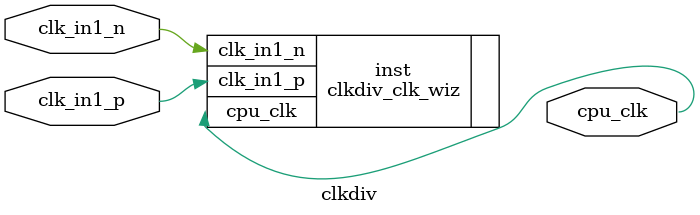
<source format=v>


`timescale 1ps/1ps

(* CORE_GENERATION_INFO = "clkdiv,clk_wiz_v6_0_4_0_0,{component_name=clkdiv,use_phase_alignment=true,use_min_o_jitter=false,use_max_i_jitter=false,use_dyn_phase_shift=false,use_inclk_switchover=false,use_dyn_reconfig=false,enable_axi=0,feedback_source=FDBK_AUTO,PRIMITIVE=MMCM,num_out_clk=1,clkin1_period=5.000,clkin2_period=10.0,use_power_down=false,use_reset=false,use_locked=false,use_inclk_stopped=false,feedback_type=SINGLE,CLOCK_MGR_TYPE=NA,manual_override=false}" *)

module clkdiv 
 (
  // Clock out ports
  output        cpu_clk,
 // Clock in ports
  input         clk_in1_p,
  input         clk_in1_n
 );

  clkdiv_clk_wiz inst
  (
  // Clock out ports  
  .cpu_clk(cpu_clk),
 // Clock in ports
  .clk_in1_p(clk_in1_p),
  .clk_in1_n(clk_in1_n)
  );

endmodule

</source>
